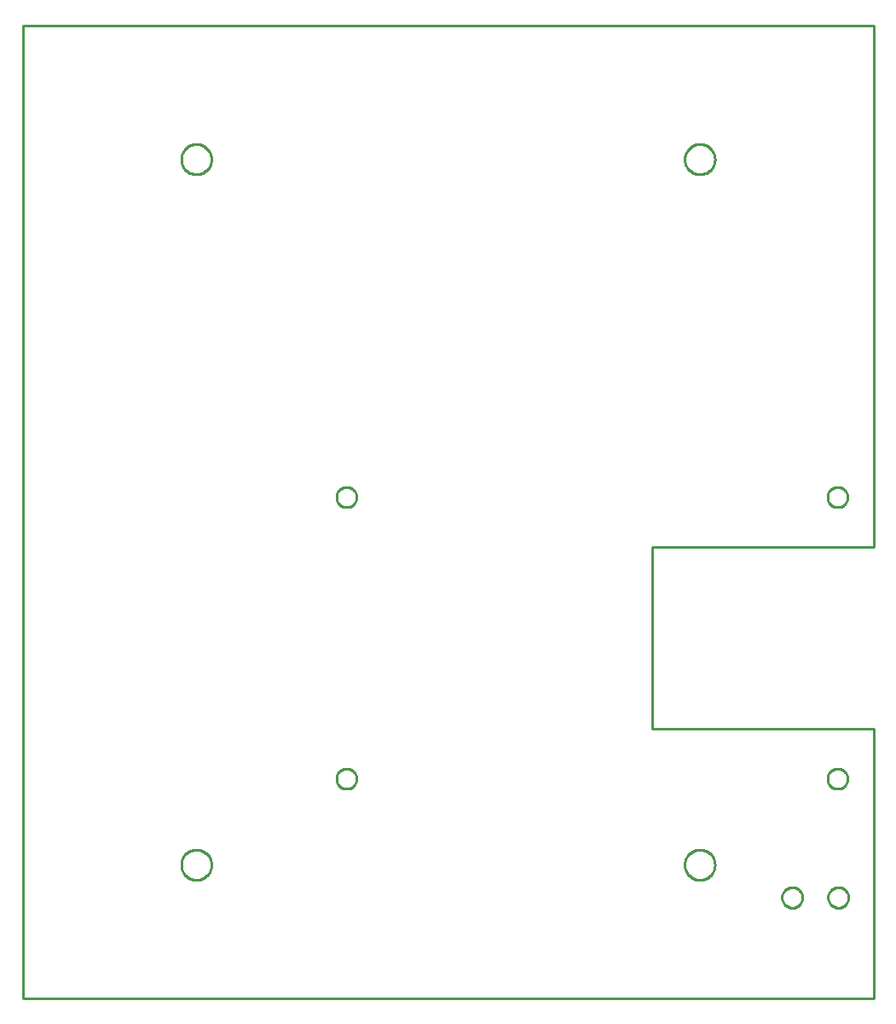
<source format=gbr>
G04 EAGLE Gerber RS-274X export*
G75*
%MOMM*%
%FSLAX34Y34*%
%LPD*%
%AMOC8*
5,1,8,0,0,1.08239X$1,22.5*%
G01*
%ADD10C,0.254000*%


D10*
X0Y0D02*
X845000Y0D01*
X845000Y267500D01*
X625000Y267500D01*
X625000Y447500D01*
X845000Y447500D01*
X845000Y965000D01*
X0Y965000D01*
X0Y0D01*
X187500Y831964D02*
X187424Y830896D01*
X187271Y829835D01*
X187043Y828788D01*
X186741Y827760D01*
X186367Y826756D01*
X185922Y825781D01*
X185408Y824841D01*
X184829Y823940D01*
X184187Y823082D01*
X183485Y822272D01*
X182728Y821515D01*
X181918Y820813D01*
X181060Y820171D01*
X180159Y819592D01*
X179219Y819078D01*
X178244Y818633D01*
X177240Y818259D01*
X176212Y817957D01*
X175165Y817729D01*
X174104Y817576D01*
X173036Y817500D01*
X171964Y817500D01*
X170896Y817576D01*
X169835Y817729D01*
X168788Y817957D01*
X167760Y818259D01*
X166756Y818633D01*
X165781Y819078D01*
X164841Y819592D01*
X163940Y820171D01*
X163082Y820813D01*
X162272Y821515D01*
X161515Y822272D01*
X160813Y823082D01*
X160171Y823940D01*
X159592Y824841D01*
X159078Y825781D01*
X158633Y826756D01*
X158259Y827760D01*
X157957Y828788D01*
X157729Y829835D01*
X157576Y830896D01*
X157500Y831964D01*
X157500Y833036D01*
X157576Y834104D01*
X157729Y835165D01*
X157957Y836212D01*
X158259Y837240D01*
X158633Y838244D01*
X159078Y839219D01*
X159592Y840159D01*
X160171Y841060D01*
X160813Y841918D01*
X161515Y842728D01*
X162272Y843485D01*
X163082Y844187D01*
X163940Y844829D01*
X164841Y845408D01*
X165781Y845922D01*
X166756Y846367D01*
X167760Y846741D01*
X168788Y847043D01*
X169835Y847271D01*
X170896Y847424D01*
X171964Y847500D01*
X173036Y847500D01*
X174104Y847424D01*
X175165Y847271D01*
X176212Y847043D01*
X177240Y846741D01*
X178244Y846367D01*
X179219Y845922D01*
X180159Y845408D01*
X181060Y844829D01*
X181918Y844187D01*
X182728Y843485D01*
X183485Y842728D01*
X184187Y841918D01*
X184829Y841060D01*
X185408Y840159D01*
X185922Y839219D01*
X186367Y838244D01*
X186741Y837240D01*
X187043Y836212D01*
X187271Y835165D01*
X187424Y834104D01*
X187500Y833036D01*
X187500Y831964D01*
X687500Y831964D02*
X687424Y830896D01*
X687271Y829835D01*
X687043Y828788D01*
X686741Y827760D01*
X686367Y826756D01*
X685922Y825781D01*
X685408Y824841D01*
X684829Y823940D01*
X684187Y823082D01*
X683485Y822272D01*
X682728Y821515D01*
X681918Y820813D01*
X681060Y820171D01*
X680159Y819592D01*
X679219Y819078D01*
X678244Y818633D01*
X677240Y818259D01*
X676212Y817957D01*
X675165Y817729D01*
X674104Y817576D01*
X673036Y817500D01*
X671964Y817500D01*
X670896Y817576D01*
X669835Y817729D01*
X668788Y817957D01*
X667760Y818259D01*
X666756Y818633D01*
X665781Y819078D01*
X664841Y819592D01*
X663940Y820171D01*
X663082Y820813D01*
X662272Y821515D01*
X661515Y822272D01*
X660813Y823082D01*
X660171Y823940D01*
X659592Y824841D01*
X659078Y825781D01*
X658633Y826756D01*
X658259Y827760D01*
X657957Y828788D01*
X657729Y829835D01*
X657576Y830896D01*
X657500Y831964D01*
X657500Y833036D01*
X657576Y834104D01*
X657729Y835165D01*
X657957Y836212D01*
X658259Y837240D01*
X658633Y838244D01*
X659078Y839219D01*
X659592Y840159D01*
X660171Y841060D01*
X660813Y841918D01*
X661515Y842728D01*
X662272Y843485D01*
X663082Y844187D01*
X663940Y844829D01*
X664841Y845408D01*
X665781Y845922D01*
X666756Y846367D01*
X667760Y846741D01*
X668788Y847043D01*
X669835Y847271D01*
X670896Y847424D01*
X671964Y847500D01*
X673036Y847500D01*
X674104Y847424D01*
X675165Y847271D01*
X676212Y847043D01*
X677240Y846741D01*
X678244Y846367D01*
X679219Y845922D01*
X680159Y845408D01*
X681060Y844829D01*
X681918Y844187D01*
X682728Y843485D01*
X683485Y842728D01*
X684187Y841918D01*
X684829Y841060D01*
X685408Y840159D01*
X685922Y839219D01*
X686367Y838244D01*
X686741Y837240D01*
X687043Y836212D01*
X687271Y835165D01*
X687424Y834104D01*
X687500Y833036D01*
X687500Y831964D01*
X187500Y131964D02*
X187424Y130896D01*
X187271Y129835D01*
X187043Y128788D01*
X186741Y127760D01*
X186367Y126756D01*
X185922Y125781D01*
X185408Y124841D01*
X184829Y123940D01*
X184187Y123082D01*
X183485Y122272D01*
X182728Y121515D01*
X181918Y120813D01*
X181060Y120171D01*
X180159Y119592D01*
X179219Y119078D01*
X178244Y118633D01*
X177240Y118259D01*
X176212Y117957D01*
X175165Y117729D01*
X174104Y117576D01*
X173036Y117500D01*
X171964Y117500D01*
X170896Y117576D01*
X169835Y117729D01*
X168788Y117957D01*
X167760Y118259D01*
X166756Y118633D01*
X165781Y119078D01*
X164841Y119592D01*
X163940Y120171D01*
X163082Y120813D01*
X162272Y121515D01*
X161515Y122272D01*
X160813Y123082D01*
X160171Y123940D01*
X159592Y124841D01*
X159078Y125781D01*
X158633Y126756D01*
X158259Y127760D01*
X157957Y128788D01*
X157729Y129835D01*
X157576Y130896D01*
X157500Y131964D01*
X157500Y133036D01*
X157576Y134104D01*
X157729Y135165D01*
X157957Y136212D01*
X158259Y137240D01*
X158633Y138244D01*
X159078Y139219D01*
X159592Y140159D01*
X160171Y141060D01*
X160813Y141918D01*
X161515Y142728D01*
X162272Y143485D01*
X163082Y144187D01*
X163940Y144829D01*
X164841Y145408D01*
X165781Y145922D01*
X166756Y146367D01*
X167760Y146741D01*
X168788Y147043D01*
X169835Y147271D01*
X170896Y147424D01*
X171964Y147500D01*
X173036Y147500D01*
X174104Y147424D01*
X175165Y147271D01*
X176212Y147043D01*
X177240Y146741D01*
X178244Y146367D01*
X179219Y145922D01*
X180159Y145408D01*
X181060Y144829D01*
X181918Y144187D01*
X182728Y143485D01*
X183485Y142728D01*
X184187Y141918D01*
X184829Y141060D01*
X185408Y140159D01*
X185922Y139219D01*
X186367Y138244D01*
X186741Y137240D01*
X187043Y136212D01*
X187271Y135165D01*
X187424Y134104D01*
X187500Y133036D01*
X187500Y131964D01*
X687500Y131964D02*
X687424Y130896D01*
X687271Y129835D01*
X687043Y128788D01*
X686741Y127760D01*
X686367Y126756D01*
X685922Y125781D01*
X685408Y124841D01*
X684829Y123940D01*
X684187Y123082D01*
X683485Y122272D01*
X682728Y121515D01*
X681918Y120813D01*
X681060Y120171D01*
X680159Y119592D01*
X679219Y119078D01*
X678244Y118633D01*
X677240Y118259D01*
X676212Y117957D01*
X675165Y117729D01*
X674104Y117576D01*
X673036Y117500D01*
X671964Y117500D01*
X670896Y117576D01*
X669835Y117729D01*
X668788Y117957D01*
X667760Y118259D01*
X666756Y118633D01*
X665781Y119078D01*
X664841Y119592D01*
X663940Y120171D01*
X663082Y120813D01*
X662272Y121515D01*
X661515Y122272D01*
X660813Y123082D01*
X660171Y123940D01*
X659592Y124841D01*
X659078Y125781D01*
X658633Y126756D01*
X658259Y127760D01*
X657957Y128788D01*
X657729Y129835D01*
X657576Y130896D01*
X657500Y131964D01*
X657500Y133036D01*
X657576Y134104D01*
X657729Y135165D01*
X657957Y136212D01*
X658259Y137240D01*
X658633Y138244D01*
X659078Y139219D01*
X659592Y140159D01*
X660171Y141060D01*
X660813Y141918D01*
X661515Y142728D01*
X662272Y143485D01*
X663082Y144187D01*
X663940Y144829D01*
X664841Y145408D01*
X665781Y145922D01*
X666756Y146367D01*
X667760Y146741D01*
X668788Y147043D01*
X669835Y147271D01*
X670896Y147424D01*
X671964Y147500D01*
X673036Y147500D01*
X674104Y147424D01*
X675165Y147271D01*
X676212Y147043D01*
X677240Y146741D01*
X678244Y146367D01*
X679219Y145922D01*
X680159Y145408D01*
X681060Y144829D01*
X681918Y144187D01*
X682728Y143485D01*
X683485Y142728D01*
X684187Y141918D01*
X684829Y141060D01*
X685408Y140159D01*
X685922Y139219D01*
X686367Y138244D01*
X686741Y137240D01*
X687043Y136212D01*
X687271Y135165D01*
X687424Y134104D01*
X687500Y133036D01*
X687500Y131964D01*
X799840Y100444D02*
X799917Y101327D01*
X800071Y102201D01*
X800301Y103058D01*
X800604Y103892D01*
X800979Y104696D01*
X801423Y105464D01*
X801932Y106191D01*
X802502Y106871D01*
X803129Y107498D01*
X803809Y108068D01*
X804536Y108577D01*
X805304Y109021D01*
X806108Y109396D01*
X806942Y109699D01*
X807799Y109929D01*
X808673Y110083D01*
X809556Y110160D01*
X810444Y110160D01*
X811327Y110083D01*
X812201Y109929D01*
X813058Y109699D01*
X813892Y109396D01*
X814696Y109021D01*
X815464Y108577D01*
X816191Y108068D01*
X816871Y107498D01*
X817498Y106871D01*
X818068Y106191D01*
X818577Y105464D01*
X819021Y104696D01*
X819396Y103892D01*
X819699Y103058D01*
X819929Y102201D01*
X820083Y101327D01*
X820160Y100444D01*
X820160Y99556D01*
X820083Y98673D01*
X819929Y97799D01*
X819699Y96942D01*
X819396Y96108D01*
X819021Y95304D01*
X818577Y94536D01*
X818068Y93809D01*
X817498Y93129D01*
X816871Y92502D01*
X816191Y91932D01*
X815464Y91423D01*
X814696Y90979D01*
X813892Y90604D01*
X813058Y90301D01*
X812201Y90071D01*
X811327Y89917D01*
X810444Y89840D01*
X809556Y89840D01*
X808673Y89917D01*
X807799Y90071D01*
X806942Y90301D01*
X806108Y90604D01*
X805304Y90979D01*
X804536Y91423D01*
X803809Y91932D01*
X803129Y92502D01*
X802502Y93129D01*
X801932Y93809D01*
X801423Y94536D01*
X800979Y95304D01*
X800604Y96108D01*
X800301Y96942D01*
X800071Y97799D01*
X799917Y98673D01*
X799840Y99556D01*
X799840Y100444D01*
X754120Y100444D02*
X754197Y101327D01*
X754351Y102201D01*
X754581Y103058D01*
X754884Y103892D01*
X755259Y104696D01*
X755703Y105464D01*
X756212Y106191D01*
X756782Y106871D01*
X757409Y107498D01*
X758089Y108068D01*
X758816Y108577D01*
X759584Y109021D01*
X760388Y109396D01*
X761222Y109699D01*
X762079Y109929D01*
X762953Y110083D01*
X763836Y110160D01*
X764724Y110160D01*
X765607Y110083D01*
X766481Y109929D01*
X767338Y109699D01*
X768172Y109396D01*
X768976Y109021D01*
X769744Y108577D01*
X770471Y108068D01*
X771151Y107498D01*
X771778Y106871D01*
X772348Y106191D01*
X772857Y105464D01*
X773301Y104696D01*
X773676Y103892D01*
X773979Y103058D01*
X774209Y102201D01*
X774363Y101327D01*
X774440Y100444D01*
X774440Y99556D01*
X774363Y98673D01*
X774209Y97799D01*
X773979Y96942D01*
X773676Y96108D01*
X773301Y95304D01*
X772857Y94536D01*
X772348Y93809D01*
X771778Y93129D01*
X771151Y92502D01*
X770471Y91932D01*
X769744Y91423D01*
X768976Y90979D01*
X768172Y90604D01*
X767338Y90301D01*
X766481Y90071D01*
X765607Y89917D01*
X764724Y89840D01*
X763836Y89840D01*
X762953Y89917D01*
X762079Y90071D01*
X761222Y90301D01*
X760388Y90604D01*
X759584Y90979D01*
X758816Y91423D01*
X758089Y91932D01*
X757409Y92502D01*
X756782Y93129D01*
X756212Y93809D01*
X755703Y94536D01*
X755259Y95304D01*
X754884Y96108D01*
X754581Y96942D01*
X754351Y97799D01*
X754197Y98673D01*
X754120Y99556D01*
X754120Y100444D01*
X799240Y218237D02*
X799316Y219107D01*
X799468Y219966D01*
X799694Y220810D01*
X799992Y221630D01*
X800361Y222422D01*
X800798Y223178D01*
X801299Y223893D01*
X801860Y224562D01*
X802478Y225180D01*
X803147Y225741D01*
X803862Y226242D01*
X804618Y226679D01*
X805410Y227048D01*
X806230Y227346D01*
X807074Y227572D01*
X807934Y227724D01*
X808803Y227800D01*
X809677Y227800D01*
X810547Y227724D01*
X811406Y227572D01*
X812250Y227346D01*
X813070Y227048D01*
X813862Y226679D01*
X814618Y226242D01*
X815333Y225741D01*
X816002Y225180D01*
X816620Y224562D01*
X817181Y223893D01*
X817682Y223178D01*
X818119Y222422D01*
X818488Y221630D01*
X818786Y220810D01*
X819012Y219966D01*
X819164Y219107D01*
X819240Y218237D01*
X819240Y217363D01*
X819164Y216494D01*
X819012Y215634D01*
X818786Y214790D01*
X818488Y213970D01*
X818119Y213178D01*
X817682Y212422D01*
X817181Y211707D01*
X816620Y211038D01*
X816002Y210420D01*
X815333Y209859D01*
X814618Y209358D01*
X813862Y208921D01*
X813070Y208552D01*
X812250Y208254D01*
X811406Y208028D01*
X810547Y207876D01*
X809677Y207800D01*
X808803Y207800D01*
X807934Y207876D01*
X807074Y208028D01*
X806230Y208254D01*
X805410Y208552D01*
X804618Y208921D01*
X803862Y209358D01*
X803147Y209859D01*
X802478Y210420D01*
X801860Y211038D01*
X801299Y211707D01*
X800798Y212422D01*
X800361Y213178D01*
X799992Y213970D01*
X799694Y214790D01*
X799468Y215634D01*
X799316Y216494D01*
X799240Y217363D01*
X799240Y218237D01*
X311560Y218237D02*
X311636Y219107D01*
X311788Y219966D01*
X312014Y220810D01*
X312312Y221630D01*
X312681Y222422D01*
X313118Y223178D01*
X313619Y223893D01*
X314180Y224562D01*
X314798Y225180D01*
X315467Y225741D01*
X316182Y226242D01*
X316938Y226679D01*
X317730Y227048D01*
X318550Y227346D01*
X319394Y227572D01*
X320254Y227724D01*
X321123Y227800D01*
X321997Y227800D01*
X322867Y227724D01*
X323726Y227572D01*
X324570Y227346D01*
X325390Y227048D01*
X326182Y226679D01*
X326938Y226242D01*
X327653Y225741D01*
X328322Y225180D01*
X328940Y224562D01*
X329501Y223893D01*
X330002Y223178D01*
X330439Y222422D01*
X330808Y221630D01*
X331106Y220810D01*
X331332Y219966D01*
X331484Y219107D01*
X331560Y218237D01*
X331560Y217363D01*
X331484Y216494D01*
X331332Y215634D01*
X331106Y214790D01*
X330808Y213970D01*
X330439Y213178D01*
X330002Y212422D01*
X329501Y211707D01*
X328940Y211038D01*
X328322Y210420D01*
X327653Y209859D01*
X326938Y209358D01*
X326182Y208921D01*
X325390Y208552D01*
X324570Y208254D01*
X323726Y208028D01*
X322867Y207876D01*
X321997Y207800D01*
X321123Y207800D01*
X320254Y207876D01*
X319394Y208028D01*
X318550Y208254D01*
X317730Y208552D01*
X316938Y208921D01*
X316182Y209358D01*
X315467Y209859D01*
X314798Y210420D01*
X314180Y211038D01*
X313619Y211707D01*
X313118Y212422D01*
X312681Y213178D01*
X312312Y213970D01*
X312014Y214790D01*
X311788Y215634D01*
X311636Y216494D01*
X311560Y217363D01*
X311560Y218237D01*
X799240Y497637D02*
X799316Y498507D01*
X799468Y499366D01*
X799694Y500210D01*
X799992Y501030D01*
X800361Y501822D01*
X800798Y502578D01*
X801299Y503293D01*
X801860Y503962D01*
X802478Y504580D01*
X803147Y505141D01*
X803862Y505642D01*
X804618Y506079D01*
X805410Y506448D01*
X806230Y506746D01*
X807074Y506972D01*
X807934Y507124D01*
X808803Y507200D01*
X809677Y507200D01*
X810547Y507124D01*
X811406Y506972D01*
X812250Y506746D01*
X813070Y506448D01*
X813862Y506079D01*
X814618Y505642D01*
X815333Y505141D01*
X816002Y504580D01*
X816620Y503962D01*
X817181Y503293D01*
X817682Y502578D01*
X818119Y501822D01*
X818488Y501030D01*
X818786Y500210D01*
X819012Y499366D01*
X819164Y498507D01*
X819240Y497637D01*
X819240Y496763D01*
X819164Y495894D01*
X819012Y495034D01*
X818786Y494190D01*
X818488Y493370D01*
X818119Y492578D01*
X817682Y491822D01*
X817181Y491107D01*
X816620Y490438D01*
X816002Y489820D01*
X815333Y489259D01*
X814618Y488758D01*
X813862Y488321D01*
X813070Y487952D01*
X812250Y487654D01*
X811406Y487428D01*
X810547Y487276D01*
X809677Y487200D01*
X808803Y487200D01*
X807934Y487276D01*
X807074Y487428D01*
X806230Y487654D01*
X805410Y487952D01*
X804618Y488321D01*
X803862Y488758D01*
X803147Y489259D01*
X802478Y489820D01*
X801860Y490438D01*
X801299Y491107D01*
X800798Y491822D01*
X800361Y492578D01*
X799992Y493370D01*
X799694Y494190D01*
X799468Y495034D01*
X799316Y495894D01*
X799240Y496763D01*
X799240Y497637D01*
X311560Y497637D02*
X311636Y498507D01*
X311788Y499366D01*
X312014Y500210D01*
X312312Y501030D01*
X312681Y501822D01*
X313118Y502578D01*
X313619Y503293D01*
X314180Y503962D01*
X314798Y504580D01*
X315467Y505141D01*
X316182Y505642D01*
X316938Y506079D01*
X317730Y506448D01*
X318550Y506746D01*
X319394Y506972D01*
X320254Y507124D01*
X321123Y507200D01*
X321997Y507200D01*
X322867Y507124D01*
X323726Y506972D01*
X324570Y506746D01*
X325390Y506448D01*
X326182Y506079D01*
X326938Y505642D01*
X327653Y505141D01*
X328322Y504580D01*
X328940Y503962D01*
X329501Y503293D01*
X330002Y502578D01*
X330439Y501822D01*
X330808Y501030D01*
X331106Y500210D01*
X331332Y499366D01*
X331484Y498507D01*
X331560Y497637D01*
X331560Y496763D01*
X331484Y495894D01*
X331332Y495034D01*
X331106Y494190D01*
X330808Y493370D01*
X330439Y492578D01*
X330002Y491822D01*
X329501Y491107D01*
X328940Y490438D01*
X328322Y489820D01*
X327653Y489259D01*
X326938Y488758D01*
X326182Y488321D01*
X325390Y487952D01*
X324570Y487654D01*
X323726Y487428D01*
X322867Y487276D01*
X321997Y487200D01*
X321123Y487200D01*
X320254Y487276D01*
X319394Y487428D01*
X318550Y487654D01*
X317730Y487952D01*
X316938Y488321D01*
X316182Y488758D01*
X315467Y489259D01*
X314798Y489820D01*
X314180Y490438D01*
X313619Y491107D01*
X313118Y491822D01*
X312681Y492578D01*
X312312Y493370D01*
X312014Y494190D01*
X311788Y495034D01*
X311636Y495894D01*
X311560Y496763D01*
X311560Y497637D01*
M02*

</source>
